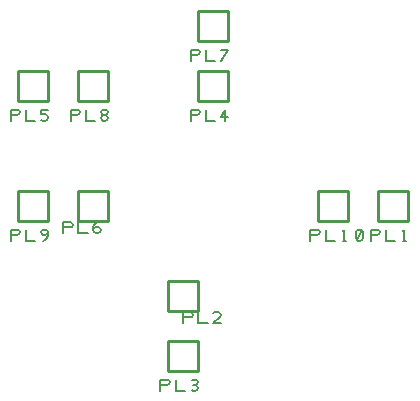
<source format=gbr>
%FSLAX23Y23*%
%MOIN*%
G04 EasyPC Gerber Version 17.0 Build 3379 *
%ADD11C,0.00500*%
%ADD13C,0.01000*%
X0Y0D02*
D02*
D11*
X128Y512D02*
Y549D01*
X149*
X156Y546*
X159Y540*
X156Y534*
X149Y531*
X128*
X178Y549D02*
Y512D01*
X209*
X237D02*
X243Y515D01*
X249Y521*
X253Y531*
Y540*
X249Y546*
X243Y549*
X237*
X231Y546*
X228Y540*
X231Y534*
X237Y531*
X243*
X249Y534*
X253Y540*
X128Y912D02*
Y949D01*
X149*
X156Y946*
X159Y940*
X156Y934*
X149Y931*
X128*
X178Y949D02*
Y912D01*
X209*
X228Y915D02*
X234Y912D01*
X243*
X249Y915*
X253Y921*
Y924*
X249Y931*
X243Y934*
X228*
Y949*
X253*
X303Y537D02*
Y574D01*
X324*
X331Y571*
X334Y565*
X331Y559*
X324Y556*
X303*
X353Y574D02*
Y537D01*
X384*
X403Y546D02*
X406Y553D01*
X412Y556*
X418*
X424Y553*
X428Y546*
X424Y540*
X418Y537*
X412*
X406Y540*
X403Y546*
Y556*
X406Y565*
X412Y571*
X418Y574*
X328Y912D02*
Y949D01*
X349*
X356Y946*
X359Y940*
X356Y934*
X349Y931*
X328*
X378Y949D02*
Y912D01*
X409*
X437Y931D02*
X443D01*
X449Y934*
X453Y940*
X449Y946*
X443Y949*
X437*
X431Y946*
X428Y940*
X431Y934*
X437Y931*
X431Y928*
X428Y921*
X431Y915*
X437Y912*
X443*
X449Y915*
X453Y921*
X449Y928*
X443Y931*
X627Y12D02*
Y49D01*
X649*
X656Y46*
X659Y40*
X656Y34*
X649Y31*
X627*
X678Y49D02*
Y12D01*
X709*
X731Y15D02*
X737Y12D01*
X743*
X749Y15*
X753Y21*
X749Y28*
X743Y31*
X737*
X743D02*
X749Y34D01*
X753Y40*
X749Y46*
X743Y49*
X737*
X731Y46*
X703Y237D02*
Y274D01*
X724*
X731Y271*
X734Y265*
X731Y259*
X724Y256*
X703*
X753Y274D02*
Y237D01*
X784*
X828D02*
X803D01*
X824Y259*
X828Y265*
X824Y271*
X818Y274*
X809*
X803Y271*
X728Y912D02*
Y949D01*
X749*
X756Y946*
X759Y940*
X756Y934*
X749Y931*
X728*
X778Y949D02*
Y912D01*
X809*
X843D02*
Y949D01*
X828Y924*
X853*
X728Y1112D02*
Y1149D01*
X749*
X756Y1146*
X759Y1140*
X756Y1134*
X749Y1131*
X728*
X778Y1149D02*
Y1112D01*
X809*
X828D02*
X853Y1149D01*
X828*
X1127Y512D02*
Y549D01*
X1149*
X1156Y546*
X1159Y540*
X1156Y534*
X1149Y531*
X1127*
X1178Y549D02*
Y512D01*
X1209*
X1234D02*
X1246D01*
X1240D02*
Y549D01*
X1234Y543*
X1281Y515D02*
X1287Y512D01*
X1293*
X1299Y515*
X1303Y521*
Y540*
X1299Y546*
X1293Y549*
X1287*
X1281Y546*
X1278Y540*
Y521*
X1281Y515*
X1299Y546*
X1328Y512D02*
Y549D01*
X1349*
X1356Y546*
X1359Y540*
X1356Y534*
X1349Y531*
X1328*
X1378Y549D02*
Y512D01*
X1409*
X1434D02*
X1446D01*
X1440D02*
Y549D01*
X1434Y543*
D02*
D13*
X153Y678D02*
Y578D01*
X253*
Y678*
X153*
Y1077D02*
Y978D01*
X253*
Y1077*
X153*
X353Y678D02*
Y578D01*
X453*
Y678*
X353*
Y1077D02*
Y978D01*
X453*
Y1077*
X353*
X653Y178D02*
Y78D01*
X753*
Y178*
X653*
Y378D02*
Y278D01*
X753*
Y378*
X653*
X753Y1077D02*
Y978D01*
X853*
Y1077*
X753*
Y1278D02*
Y1178D01*
X853*
Y1278*
X753*
X1153Y678D02*
Y578D01*
X1252*
Y678*
X1153*
X1353D02*
Y578D01*
X1453*
Y678*
X1353*
X0Y0D02*
M02*

</source>
